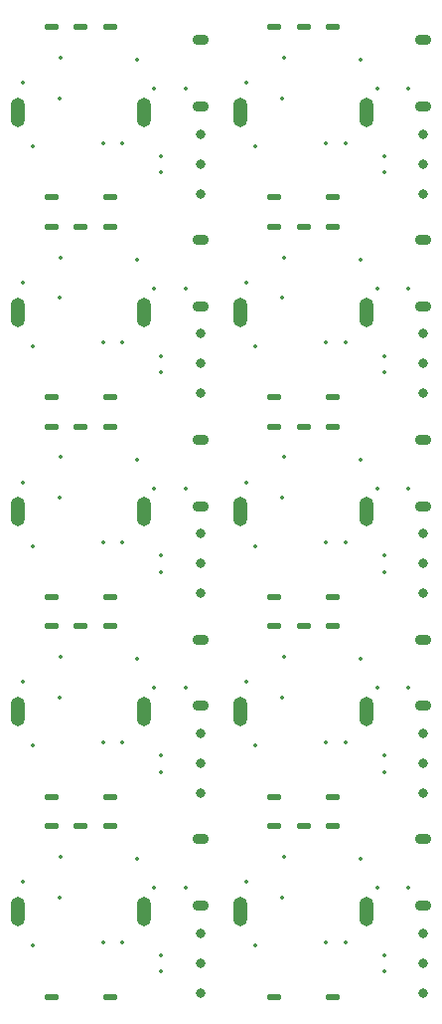
<source format=gbr>
%TF.GenerationSoftware,Altium Limited,Altium Designer,20.1.8 (145)*%
G04 Layer_Color=0*
%FSLAX45Y45*%
%MOMM*%
%TF.SameCoordinates,0E9F4796-1360-41E2-86C3-8BEED11D2ECA*%
%TF.FilePolarity,Positive*%
%TF.FileFunction,Plated,1,2,PTH,Drill*%
%TF.Part,CustomerPanel*%
G01*
G75*
%TA.AperFunction,ComponentDrill*%
%ADD56O,1.25000X2.50000*%
%ADD57O,1.25000X0.50000*%
%ADD58O,1.40000X0.90000*%
%ADD59C,0.80000*%
%TA.AperFunction,ViaDrill,NotFilled*%
%ADD60C,0.35000*%
D56*
X2765300Y1500500D02*
D03*
X1690300D02*
D03*
X4665300D02*
D03*
X3590300D02*
D03*
X2765300Y3200500D02*
D03*
X1690300D02*
D03*
X4665300D02*
D03*
X3590300D02*
D03*
X2765300Y4900500D02*
D03*
X1690300D02*
D03*
X4665300D02*
D03*
X3590300D02*
D03*
X2765300Y6600500D02*
D03*
X1690300D02*
D03*
X4665300D02*
D03*
X3590300D02*
D03*
X2765300Y8300500D02*
D03*
X1690300D02*
D03*
X4665300D02*
D03*
X3590300D02*
D03*
D57*
X2477800Y2225500D02*
D03*
X1977800D02*
D03*
X2227800D02*
D03*
X2477800Y775500D02*
D03*
X1977800D02*
D03*
X4377800Y2225500D02*
D03*
X3877800D02*
D03*
X4127800D02*
D03*
X4377800Y775500D02*
D03*
X3877800D02*
D03*
X2477800Y3925500D02*
D03*
X1977800D02*
D03*
X2227800D02*
D03*
X2477800Y2475500D02*
D03*
X1977800D02*
D03*
X4377800Y3925500D02*
D03*
X3877800D02*
D03*
X4127800D02*
D03*
X4377800Y2475500D02*
D03*
X3877800D02*
D03*
X2477800Y5625500D02*
D03*
X1977800D02*
D03*
X2227800D02*
D03*
X2477800Y4175500D02*
D03*
X1977800D02*
D03*
X4377800Y5625500D02*
D03*
X3877800D02*
D03*
X4127800D02*
D03*
X4377800Y4175500D02*
D03*
X3877800D02*
D03*
X2477800Y7325500D02*
D03*
X1977800D02*
D03*
X2227800D02*
D03*
X2477800Y5875500D02*
D03*
X1977800D02*
D03*
X4377800Y7325500D02*
D03*
X3877800D02*
D03*
X4127800D02*
D03*
X4377800Y5875500D02*
D03*
X3877800D02*
D03*
X2477800Y9025500D02*
D03*
X1977800D02*
D03*
X2227800D02*
D03*
X2477800Y7575500D02*
D03*
X1977800D02*
D03*
X4377800Y9025500D02*
D03*
X3877800D02*
D03*
X4127800D02*
D03*
X4377800Y7575500D02*
D03*
X3877800D02*
D03*
D58*
X3248800Y1549000D02*
D03*
Y2115000D02*
D03*
X5148800Y1549000D02*
D03*
Y2115000D02*
D03*
X3248800Y3249000D02*
D03*
Y3815000D02*
D03*
X5148800Y3249000D02*
D03*
Y3815000D02*
D03*
X3248800Y4949000D02*
D03*
Y5515000D02*
D03*
X5148800Y4949000D02*
D03*
Y5515000D02*
D03*
X3248800Y6649000D02*
D03*
Y7215000D02*
D03*
X5148800Y6649000D02*
D03*
Y7215000D02*
D03*
X3248800Y8349000D02*
D03*
Y8915000D02*
D03*
X5148800Y8349000D02*
D03*
Y8915000D02*
D03*
D59*
X3248800Y806680D02*
D03*
Y1314680D02*
D03*
Y1060680D02*
D03*
X5148800Y806680D02*
D03*
Y1314680D02*
D03*
Y1060680D02*
D03*
X3248800Y2506680D02*
D03*
Y3014680D02*
D03*
Y2760680D02*
D03*
X5148800Y2506680D02*
D03*
Y3014680D02*
D03*
Y2760680D02*
D03*
X3248800Y4206680D02*
D03*
Y4714680D02*
D03*
Y4460680D02*
D03*
X5148800Y4206680D02*
D03*
Y4714680D02*
D03*
Y4460680D02*
D03*
X3248800Y5906680D02*
D03*
Y6414680D02*
D03*
Y6160680D02*
D03*
X5148800Y5906680D02*
D03*
Y6414680D02*
D03*
Y6160680D02*
D03*
X3248800Y7606680D02*
D03*
Y8114680D02*
D03*
Y7860680D02*
D03*
X5148800Y7606680D02*
D03*
Y8114680D02*
D03*
Y7860680D02*
D03*
D60*
X2709428Y1947080D02*
D03*
X1817500Y1210842D02*
D03*
X2583234Y1238480D02*
D03*
X2912875Y1127602D02*
D03*
X1735356Y1751540D02*
D03*
X2912875Y988785D02*
D03*
X3120520Y1702000D02*
D03*
X2414726Y1238480D02*
D03*
X2055770Y1965042D02*
D03*
X2045616Y1619480D02*
D03*
X2852243Y1702000D02*
D03*
X4609428Y1947080D02*
D03*
X3717500Y1210842D02*
D03*
X4483234Y1238480D02*
D03*
X4812875Y1127602D02*
D03*
X3635356Y1751540D02*
D03*
X4812875Y988785D02*
D03*
X5020520Y1702000D02*
D03*
X4314726Y1238480D02*
D03*
X3955770Y1965042D02*
D03*
X3945616Y1619480D02*
D03*
X4752243Y1702000D02*
D03*
X2709428Y3647080D02*
D03*
X1817500Y2910842D02*
D03*
X2583234Y2938480D02*
D03*
X2912875Y2827602D02*
D03*
X1735356Y3451540D02*
D03*
X2912875Y2688785D02*
D03*
X3120520Y3402000D02*
D03*
X2414726Y2938480D02*
D03*
X2055770Y3665042D02*
D03*
X2045616Y3319480D02*
D03*
X2852243Y3402000D02*
D03*
X4609428Y3647080D02*
D03*
X3717500Y2910842D02*
D03*
X4483234Y2938480D02*
D03*
X4812875Y2827602D02*
D03*
X3635356Y3451540D02*
D03*
X4812875Y2688785D02*
D03*
X5020520Y3402000D02*
D03*
X4314726Y2938480D02*
D03*
X3955770Y3665042D02*
D03*
X3945616Y3319480D02*
D03*
X4752243Y3402000D02*
D03*
X2709428Y5347080D02*
D03*
X1817500Y4610842D02*
D03*
X2583234Y4638480D02*
D03*
X2912875Y4527602D02*
D03*
X1735356Y5151540D02*
D03*
X2912875Y4388785D02*
D03*
X3120520Y5102000D02*
D03*
X2414726Y4638480D02*
D03*
X2055770Y5365043D02*
D03*
X2045616Y5019480D02*
D03*
X2852243Y5102000D02*
D03*
X4609428Y5347080D02*
D03*
X3717500Y4610842D02*
D03*
X4483234Y4638480D02*
D03*
X4812875Y4527602D02*
D03*
X3635356Y5151540D02*
D03*
X4812875Y4388785D02*
D03*
X5020520Y5102000D02*
D03*
X4314726Y4638480D02*
D03*
X3955770Y5365043D02*
D03*
X3945616Y5019480D02*
D03*
X4752243Y5102000D02*
D03*
X2709428Y7047080D02*
D03*
X1817500Y6310843D02*
D03*
X2583234Y6338480D02*
D03*
X2912875Y6227602D02*
D03*
X1735356Y6851540D02*
D03*
X2912875Y6088786D02*
D03*
X3120520Y6802000D02*
D03*
X2414726Y6338480D02*
D03*
X2055770Y7065043D02*
D03*
X2045616Y6719480D02*
D03*
X2852243Y6802000D02*
D03*
X4609428Y7047080D02*
D03*
X3717500Y6310843D02*
D03*
X4483234Y6338480D02*
D03*
X4812875Y6227602D02*
D03*
X3635356Y6851540D02*
D03*
X4812875Y6088786D02*
D03*
X5020520Y6802000D02*
D03*
X4314726Y6338480D02*
D03*
X3955770Y7065043D02*
D03*
X3945616Y6719480D02*
D03*
X4752243Y6802000D02*
D03*
X2709428Y8747080D02*
D03*
X1817500Y8010843D02*
D03*
X2583234Y8038480D02*
D03*
X2912875Y7927602D02*
D03*
X1735356Y8551540D02*
D03*
X2912875Y7788786D02*
D03*
X3120520Y8502000D02*
D03*
X2414726Y8038480D02*
D03*
X2055770Y8765043D02*
D03*
X2045616Y8419480D02*
D03*
X2852243Y8502000D02*
D03*
X4609428Y8747080D02*
D03*
X3717500Y8010843D02*
D03*
X4483234Y8038480D02*
D03*
X4812875Y7927602D02*
D03*
X3635356Y8551540D02*
D03*
X4812875Y7788786D02*
D03*
X5020520Y8502000D02*
D03*
X4314726Y8038480D02*
D03*
X3955770Y8765043D02*
D03*
X3945616Y8419480D02*
D03*
X4752243Y8502000D02*
D03*
%TF.MD5,e3e45895860336902074b065785099e0*%
M02*

</source>
